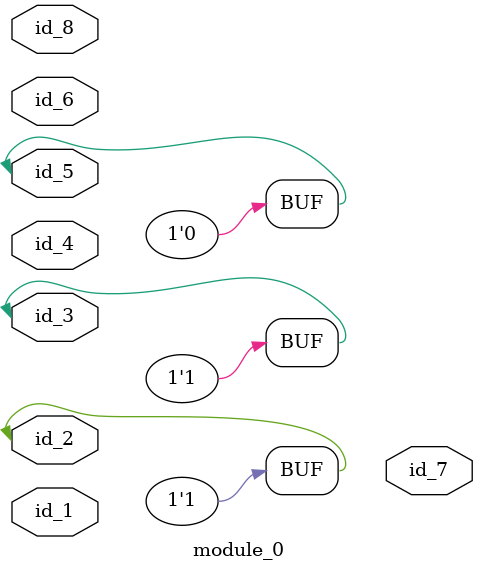
<source format=v>
`timescale 1ps / 1ps
module module_0 (
    id_1,
    id_2,
    id_3,
    id_4,
    id_5,
    id_6,
    id_7,
    id_8
);
  input id_8;
  output id_7;
  input id_6;
  inout id_5;
  input id_4;
  inout id_3;
  inout id_2;
  input id_1;
  assign id_3 = id_3;
  assign id_5 = 1'b0;
  assign id_2 = 1;
  assign id_2 = id_3;
endmodule

</source>
